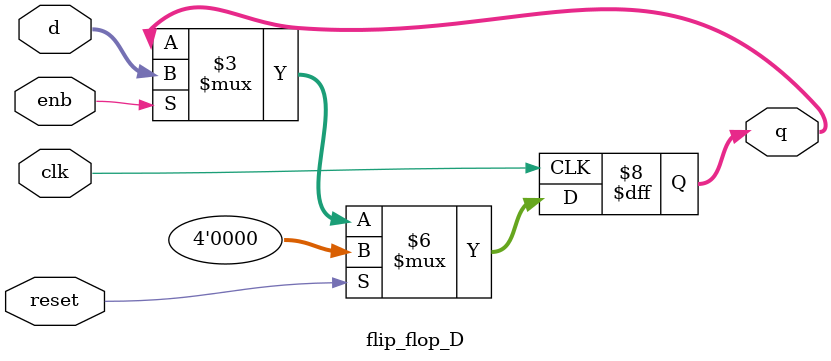
<source format=sv>
module flip_flop_D	
	#(parameter N = 4)
	(input logic clk, reset, enb, input logic [N-1:0] d, output logic [N-1:0] q);
	
	always_ff @(posedge clk)
		begin
		if (reset) q <= 'b0;
		else 
			begin
			if (enb) q <= d;
			else q <= q;
			end		
		end

endmodule
</source>
